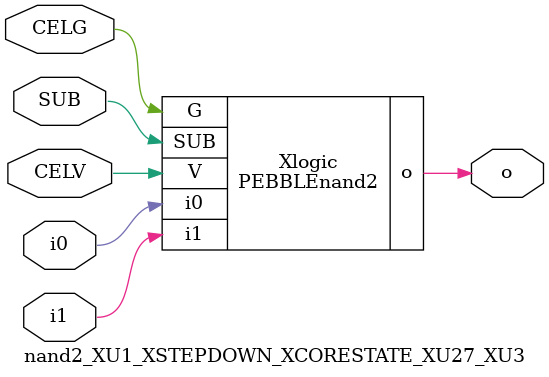
<source format=v>



module PEBBLEnand2 ( o, G, SUB, V, i0, i1 );

  input i0;
  input V;
  input i1;
  input G;
  output o;
  input SUB;
endmodule

//Celera Confidential Do Not Copy nand2_XU1_XSTEPDOWN_XCORESTATE_XU27_XU3
//Celera Confidential Symbol Generator
//5V NAND2
module nand2_XU1_XSTEPDOWN_XCORESTATE_XU27_XU3 (CELV,CELG,i0,i1,o,SUB);
input CELV;
input CELG;
input i0;
input i1;
input SUB;
output o;

//Celera Confidential Do Not Copy nand2
PEBBLEnand2 Xlogic(
.V (CELV),
.i0 (i0),
.i1 (i1),
.o (o),
.SUB (SUB),
.G (CELG)
);
//,diesize,PEBBLEnand2

//Celera Confidential Do Not Copy Module End
//Celera Schematic Generator
endmodule

</source>
